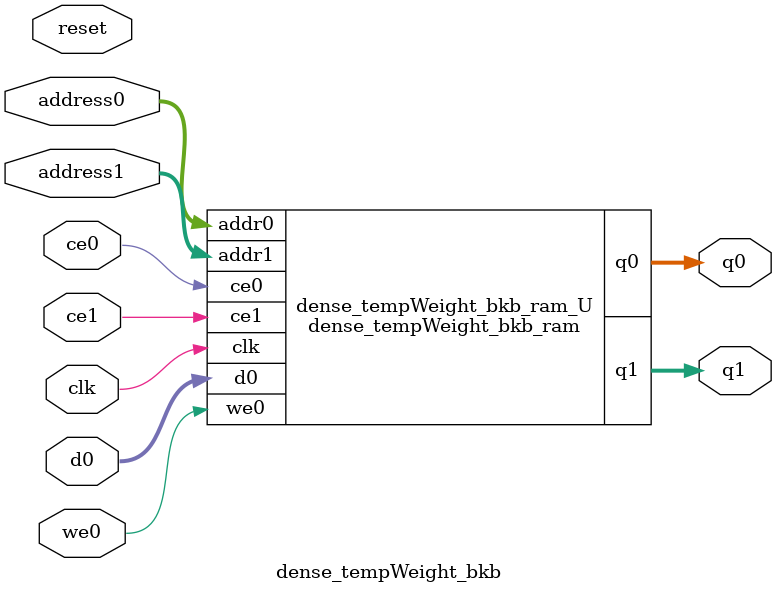
<source format=v>
`timescale 1 ns / 1 ps
module dense_tempWeight_bkb_ram (addr0, ce0, d0, we0, q0, addr1, ce1, q1,  clk);

parameter DWIDTH = 8;
parameter AWIDTH = 10;
parameter MEM_SIZE = 980;

input[AWIDTH-1:0] addr0;
input ce0;
input[DWIDTH-1:0] d0;
input we0;
output reg[DWIDTH-1:0] q0;
input[AWIDTH-1:0] addr1;
input ce1;
output reg[DWIDTH-1:0] q1;
input clk;

(* ram_style = "block" *)reg [DWIDTH-1:0] ram[0:MEM_SIZE-1];




always @(posedge clk)  
begin 
    if (ce0) begin
        if (we0) 
            ram[addr0] <= d0; 
        q0 <= ram[addr0];
    end
end


always @(posedge clk)  
begin 
    if (ce1) begin
        q1 <= ram[addr1];
    end
end


endmodule

`timescale 1 ns / 1 ps
module dense_tempWeight_bkb(
    reset,
    clk,
    address0,
    ce0,
    we0,
    d0,
    q0,
    address1,
    ce1,
    q1);

parameter DataWidth = 32'd8;
parameter AddressRange = 32'd980;
parameter AddressWidth = 32'd10;
input reset;
input clk;
input[AddressWidth - 1:0] address0;
input ce0;
input we0;
input[DataWidth - 1:0] d0;
output[DataWidth - 1:0] q0;
input[AddressWidth - 1:0] address1;
input ce1;
output[DataWidth - 1:0] q1;



dense_tempWeight_bkb_ram dense_tempWeight_bkb_ram_U(
    .clk( clk ),
    .addr0( address0 ),
    .ce0( ce0 ),
    .we0( we0 ),
    .d0( d0 ),
    .q0( q0 ),
    .addr1( address1 ),
    .ce1( ce1 ),
    .q1( q1 ));

endmodule


</source>
